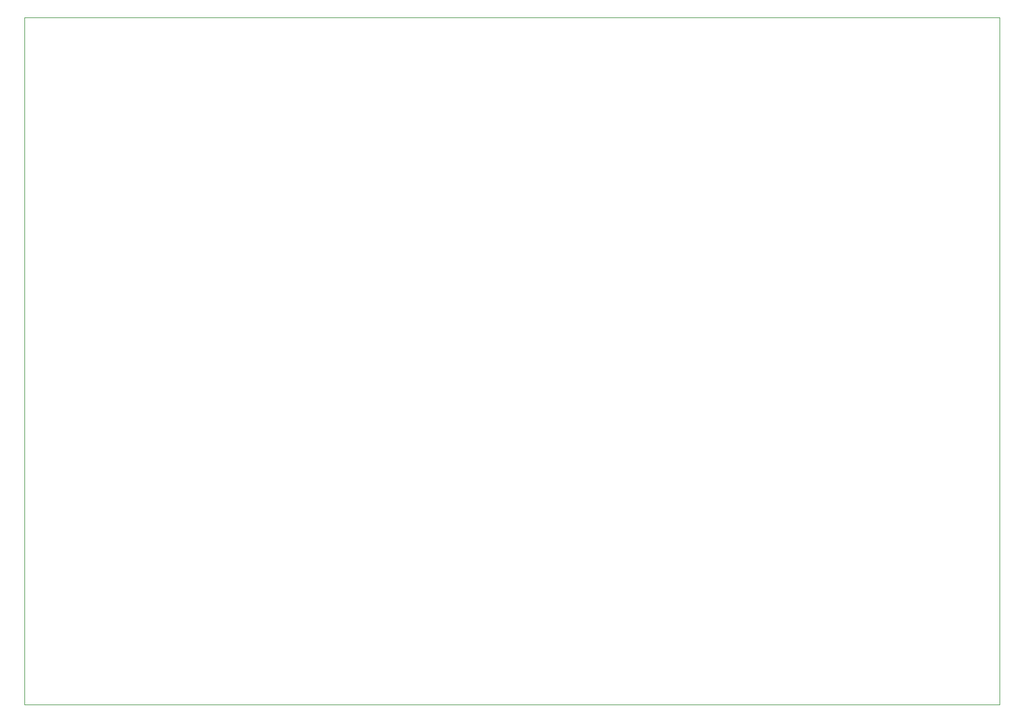
<source format=gm1>
G04 #@! TF.GenerationSoftware,KiCad,Pcbnew,(5.1.9)-1*
G04 #@! TF.CreationDate,2021-07-22T20:13:59+02:00*
G04 #@! TF.ProjectId,Ardumower,41726475-6d6f-4776-9572-2e6b69636164,rev?*
G04 #@! TF.SameCoordinates,Original*
G04 #@! TF.FileFunction,Profile,NP*
%FSLAX46Y46*%
G04 Gerber Fmt 4.6, Leading zero omitted, Abs format (unit mm)*
G04 Created by KiCad (PCBNEW (5.1.9)-1) date 2021-07-22 20:13:59*
%MOMM*%
%LPD*%
G01*
G04 APERTURE LIST*
G04 #@! TA.AperFunction,Profile*
%ADD10C,0.050000*%
G04 #@! TD*
G04 APERTURE END LIST*
D10*
X38100000Y-34000000D02*
X180000000Y-34000000D01*
X180000000Y-134000000D02*
X180000000Y-34000000D01*
X38100000Y-134000000D02*
X180000000Y-134000000D01*
X38100000Y-34000000D02*
X38100000Y-134000000D01*
M02*

</source>
